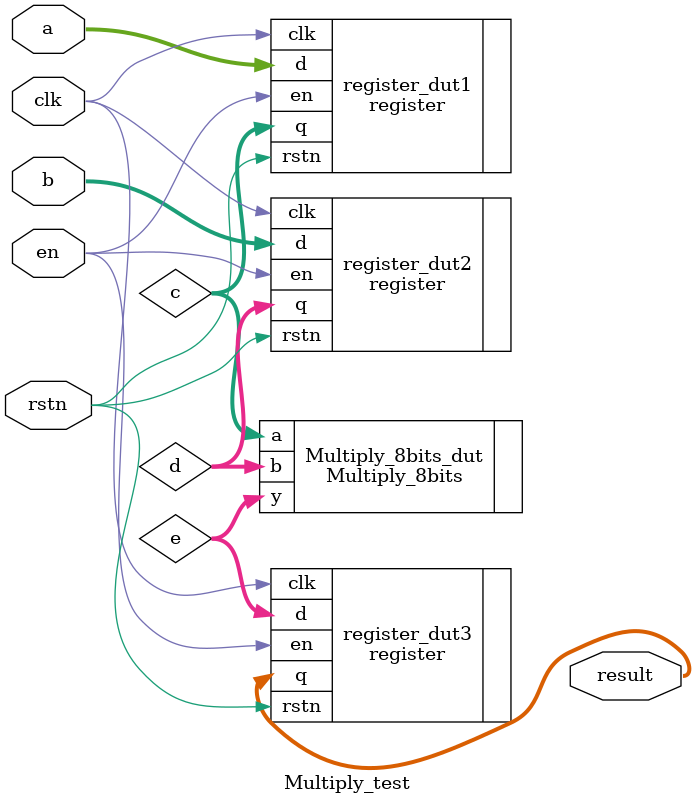
<source format=v>
`timescale 1ns / 1ps


module Multiply_test(
    input [7:0] a,b,
    input rstn,clk,en,
    output [15:0] result
    );
    wire [7:0] c,d;
    wire [15:0] e;
    register#(.WIDTH(8)) register_dut1(
        .d(a),
        .q(c),
        .en(en),
        .rstn(rstn),
        .clk(clk)
    );
    register#(.WIDTH(8)) register_dut2(
        .d(b),
        .q(d),
        .en(en),
        .rstn(rstn),
        .clk(clk)
    );
    Multiply_8bits Multiply_8bits_dut(
        .a(c),
        .b(d),
        .y(e)
    );
    register#(.WIDTH(16)) register_dut3(
        .d(e),
        .q(result),
        .en(en),
        .rstn(rstn),
        .clk(clk)
    );
endmodule

</source>
